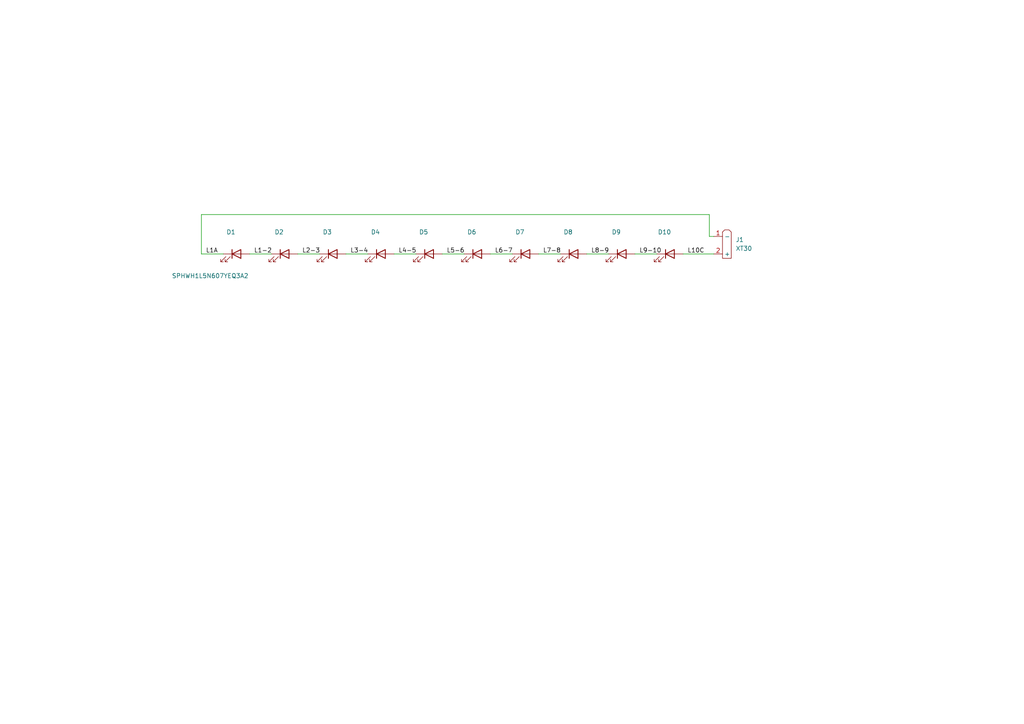
<source format=kicad_sch>
(kicad_sch (version 20211123) (generator eeschema)
  (paper "A4")
  (lib_symbols
    (symbol "Device:LED" (pin_numbers hide) (pin_names (offset 1.016) hide)
      (property "Reference" "D" (at 0 2.54 0))
      (property "Value" "LED" (at 0 -2.54 0))
      (symbol "LED_0_1"
        (polyline (pts (xy -1.27 -1.27) (xy -1.27 1.27)) (stroke (width 0.254)))
        (polyline (pts (xy -1.27 0) (xy 1.27 0)))
        (polyline (pts (xy 1.27 -1.27) (xy 1.27 1.27) (xy -1.27 0) (xy 1.27 -1.27)) (stroke (width 0.254)))
        (polyline (pts (xy -3.048 -0.762) (xy -4.572 -2.286) (xy -3.81 -2.286) (xy -4.572 -2.286) (xy -4.572 -1.524)))
        (polyline (pts (xy -1.778 -0.762) (xy -3.302 -2.286) (xy -2.54 -2.286) (xy -3.302 -2.286) (xy -3.302 -1.524)))
      )
      (symbol "LED_1_1"
        (pin passive line (at -3.81 0 0) (length 2.54) (name "K") (number "1"))
        (pin passive line (at 3.81 0 180) (length 2.54) (name "A") (number "2"))
      )
    )
    (symbol "Eldalote_symbols:XT30"
      (property "Reference" "J" (at 0 5.08 0))
      (property "Value" "XT30" (at 0 -6.35 0))
      (symbol "XT30_0_1"
        (polyline (pts (xy 0 3.81) (xy 0 -3.81) (xy 2.54 -3.81) (xy 2.54 3.81)))
        (polyline (pts (xy 0 3.81) (xy 0.635 4.445) (xy 1.905 4.445) (xy 2.54 3.81)))
      )
      (symbol "XT30_1_1"
        (pin passive line (at -2.54 2.54 0) (length 2.54) (name "-") (number "1"))
        (pin passive line (at -2.54 -2.54 0) (length 2.54) (name "+") (number "2"))
      )
    )
  )
  (wire (pts (xy 205.74 68.58) (xy 205.74 62.23)))
  (wire (pts (xy 100.33 73.66) (xy 106.68 73.66)))
  (wire (pts (xy 170.18 73.66) (xy 176.53 73.66)))
  (wire (pts (xy 198.12 73.66) (xy 207.01 73.66)))
  (wire (pts (xy 114.3 73.66) (xy 120.65 73.66)))
  (wire (pts (xy 58.42 73.66) (xy 64.77 73.66)))
  (wire (pts (xy 205.74 62.23) (xy 58.42 62.23)))
  (wire (pts (xy 142.24 73.66) (xy 148.59 73.66)))
  (wire (pts (xy 72.39 73.66) (xy 78.74 73.66)))
  (wire (pts (xy 58.42 62.23) (xy 58.42 73.66)))
  (wire (pts (xy 128.27 73.66) (xy 134.62 73.66)))
  (wire (pts (xy 86.36 73.66) (xy 92.71 73.66)))
  (wire (pts (xy 207.01 68.58) (xy 205.74 68.58)))
  (wire (pts (xy 156.21 73.66) (xy 162.56 73.66)))
  (wire (pts (xy 184.15 73.66) (xy 190.5 73.66)))
  (label "L1-2" (at 73.66 73.66 0))
  (label "L10C" (at 199.39 73.66 0))
  (label "L3-4" (at 101.6 73.66 0))
  (label "L6-7" (at 143.51 73.66 0))
  (label "L9-10" (at 185.42 73.66 0))
  (label "L5-6" (at 129.54 73.66 0))
  (label "L1A" (at 59.69 73.66 0))
  (label "L7-8" (at 157.48 73.66 0))
  (label "L4-5" (at 115.57 73.66 0))
  (label "L8-9" (at 171.45 73.66 0))
  (label "L2-3" (at 87.63 73.66 0))
  (symbol (lib_id "Device:LED") (at 96.52 73.66 0) (unit 1)
    (property "Reference" "D3" (at 94.9325 67.31 0))
    (property "Value" "SPHWH1L5N607YEQ3A2" (effects hide))
    (property "Footprint" "Eldalote-footprints:LED5050_Samsung_LH502C" (effects hide))
    (property "Datasheet" "https://cdn.samsung.com/led/file/resource/2022/05/Data_Sheet_LH502C_Rev.2.2.pdf" (effects hide))
  )
  (symbol (lib_id "Device:LED") (at 152.4 73.66 0) (unit 1)
    (property "Reference" "D7" (at 150.8125 67.31 0))
    (property "Value" "SPHWH1L5N607YEQ3A2" (effects hide))
    (property "Footprint" "Eldalote-footprints:LED5050_Samsung_LH502C" (effects hide))
    (property "Datasheet" "https://cdn.samsung.com/led/file/resource/2022/05/Data_Sheet_LH502C_Rev.2.2.pdf" (effects hide))
  )
  (symbol (lib_id "Device:LED") (at 68.58 73.66 0) (unit 1)
    (property "Reference" "D1" (at 66.9925 67.31 0))
    (property "Value" "SPHWH1L5N607YEQ3A2" (at 60.96 80.01 0))
    (property "Footprint" "Eldalote-footprints:LED5050_Samsung_LH502C" (effects hide))
    (property "Datasheet" "https://cdn.samsung.com/led/file/resource/2022/05/Data_Sheet_LH502C_Rev.2.2.pdf" (effects hide))
  )
  (symbol (lib_id "Device:LED") (at 194.31 73.66 0) (unit 1)
    (property "Reference" "D10" (at 192.7225 67.31 0))
    (property "Value" "SPHWH1L5N607YEQ3A2" (effects hide))
    (property "Footprint" "Eldalote-footprints:LED5050_Samsung_LH502C" (effects hide))
    (property "Datasheet" "https://cdn.samsung.com/led/file/resource/2022/05/Data_Sheet_LH502C_Rev.2.2.pdf" (effects hide))
  )
  (symbol (lib_id "Device:LED") (at 124.46 73.66 0) (unit 1)
    (property "Reference" "D5" (at 122.8725 67.31 0))
    (property "Value" "SPHWH1L5N607YEQ3A2" (effects hide))
    (property "Footprint" "Eldalote-footprints:LED5050_Samsung_LH502C" (effects hide))
    (property "Datasheet" "https://cdn.samsung.com/led/file/resource/2022/05/Data_Sheet_LH502C_Rev.2.2.pdf" (effects hide))
  )
  (symbol (lib_id "Device:LED") (at 138.43 73.66 0) (unit 1)
    (property "Reference" "D6" (at 136.8425 67.31 0))
    (property "Value" "SPHWH1L5N607YEQ3A2" (effects hide))
    (property "Footprint" "Eldalote-footprints:LED5050_Samsung_LH502C" (effects hide))
    (property "Datasheet" "https://cdn.samsung.com/led/file/resource/2022/05/Data_Sheet_LH502C_Rev.2.2.pdf" (effects hide))
  )
  (symbol (lib_id "Device:LED") (at 82.55 73.66 0) (unit 1)
    (property "Reference" "D2" (at 80.9625 67.31 0))
    (property "Value" "SPHWH1L5N607YEQ3A2" (effects hide))
    (property "Footprint" "Eldalote-footprints:LED5050_Samsung_LH502C" (effects hide))
    (property "Datasheet" "https://cdn.samsung.com/led/file/resource/2022/05/Data_Sheet_LH502C_Rev.2.2.pdf" (effects hide))
  )
  (symbol (lib_id "Device:LED") (at 110.49 73.66 0) (unit 1)
    (property "Reference" "D4" (at 108.9025 67.31 0))
    (property "Value" "SPHWH1L5N607YEQ3A2" (effects hide))
    (property "Footprint" "Eldalote-footprints:LED5050_Samsung_LH502C" (effects hide))
    (property "Datasheet" "https://cdn.samsung.com/led/file/resource/2022/05/Data_Sheet_LH502C_Rev.2.2.pdf" (effects hide))
  )
  (symbol (lib_id "Eldalote_symbols:XT30") (at 209.55 71.12 0) (unit 1)
    (property "Reference" "J1" (at 213.36 69.5324 0) (effects (justify left)))
    (property "Value" "XT30" (at 213.36 72.0724 0) (effects (justify left)))
    (property "Footprint" "Eldalote-footprints:XT30" (effects hide))
  )
  (symbol (lib_id "Device:LED") (at 180.34 73.66 0) (unit 1)
    (property "Reference" "D9" (at 178.7525 67.31 0))
    (property "Value" "SPHWH1L5N607YEQ3A2" (effects hide))
    (property "Footprint" "Eldalote-footprints:LED5050_Samsung_LH502C" (effects hide))
    (property "Datasheet" "https://cdn.samsung.com/led/file/resource/2022/05/Data_Sheet_LH502C_Rev.2.2.pdf" (effects hide))
  )
  (symbol (lib_id "Device:LED") (at 166.37 73.66 0) (unit 1)
    (property "Reference" "D8" (at 164.7825 67.31 0))
    (property "Value" "SPHWH1L5N607YEQ3A2" (effects hide))
    (property "Footprint" "Eldalote-footprints:LED5050_Samsung_LH502C" (effects hide))
    (property "Datasheet" "https://cdn.samsung.com/led/file/resource/2022/05/Data_Sheet_LH502C_Rev.2.2.pdf" (effects hide))
  )
)
</source>
